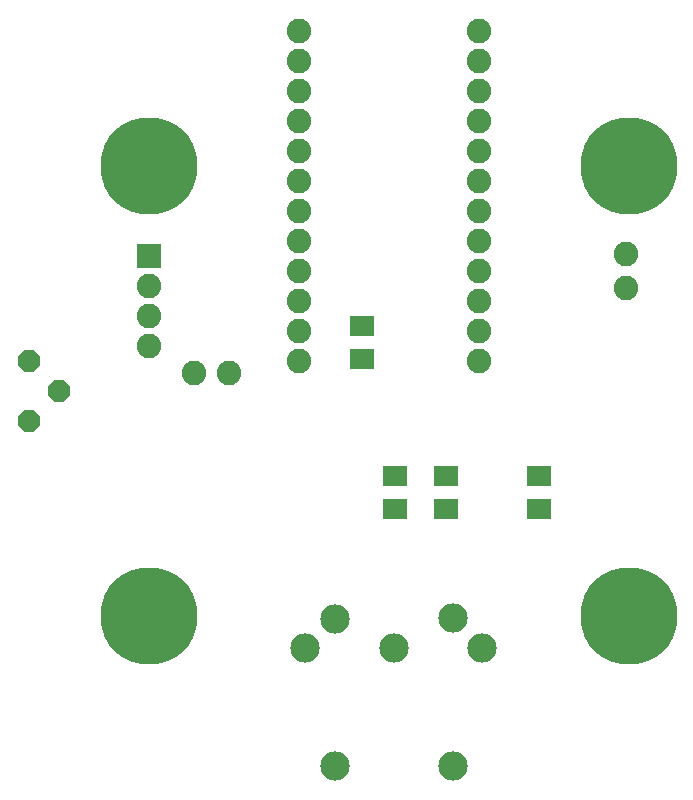
<source format=gbr>
G04 EAGLE Gerber X2 export*
%TF.Part,Single*%
%TF.FileFunction,Soldermask,Top,1*%
%TF.FilePolarity,Negative*%
%TF.GenerationSoftware,Autodesk,EAGLE,8.6.0*%
%TF.CreationDate,2018-09-12T16:35:13Z*%
G75*
%MOMM*%
%FSLAX34Y34*%
%LPD*%
%AMOC8*
5,1,8,0,0,1.08239X$1,22.5*%
G01*
%ADD10C,8.204200*%
%ADD11C,2.082800*%
%ADD12C,2.489200*%
%ADD13P,2.034460X8X112.500000*%
%ADD14R,2.082800X2.082800*%
%ADD15R,2.003200X1.803200*%


D10*
X457200Y660400D03*
X457200Y279400D03*
X863600Y660400D03*
X863600Y279400D03*
D11*
X584200Y774700D03*
X584200Y749300D03*
X584200Y723900D03*
X584200Y698500D03*
X584200Y673100D03*
X584200Y647700D03*
X584200Y622300D03*
X584200Y596900D03*
X584200Y571500D03*
X584200Y546100D03*
X584200Y520700D03*
X584200Y495300D03*
X736600Y495300D03*
X736600Y520700D03*
X736600Y546100D03*
X736600Y571500D03*
X736600Y596900D03*
X736600Y622300D03*
X736600Y647700D03*
X736600Y673100D03*
X736600Y698500D03*
X736600Y723900D03*
X736600Y749300D03*
X736600Y774700D03*
D12*
X665000Y252000D03*
X739800Y251900D03*
X589700Y251900D03*
X615100Y277100D03*
X715100Y277200D03*
X615100Y152078D03*
X715176Y152078D03*
D13*
X355600Y444500D03*
X355600Y495300D03*
X381000Y469900D03*
D14*
X457200Y584200D03*
D11*
X457200Y558800D03*
X457200Y533400D03*
X457200Y508000D03*
X525018Y485140D03*
X496062Y485140D03*
X861060Y557022D03*
X861060Y585978D03*
D15*
X787400Y397540D03*
X787400Y369540D03*
X708660Y397540D03*
X708660Y369540D03*
X665480Y369540D03*
X665480Y397540D03*
X637540Y524540D03*
X637540Y496540D03*
M02*

</source>
